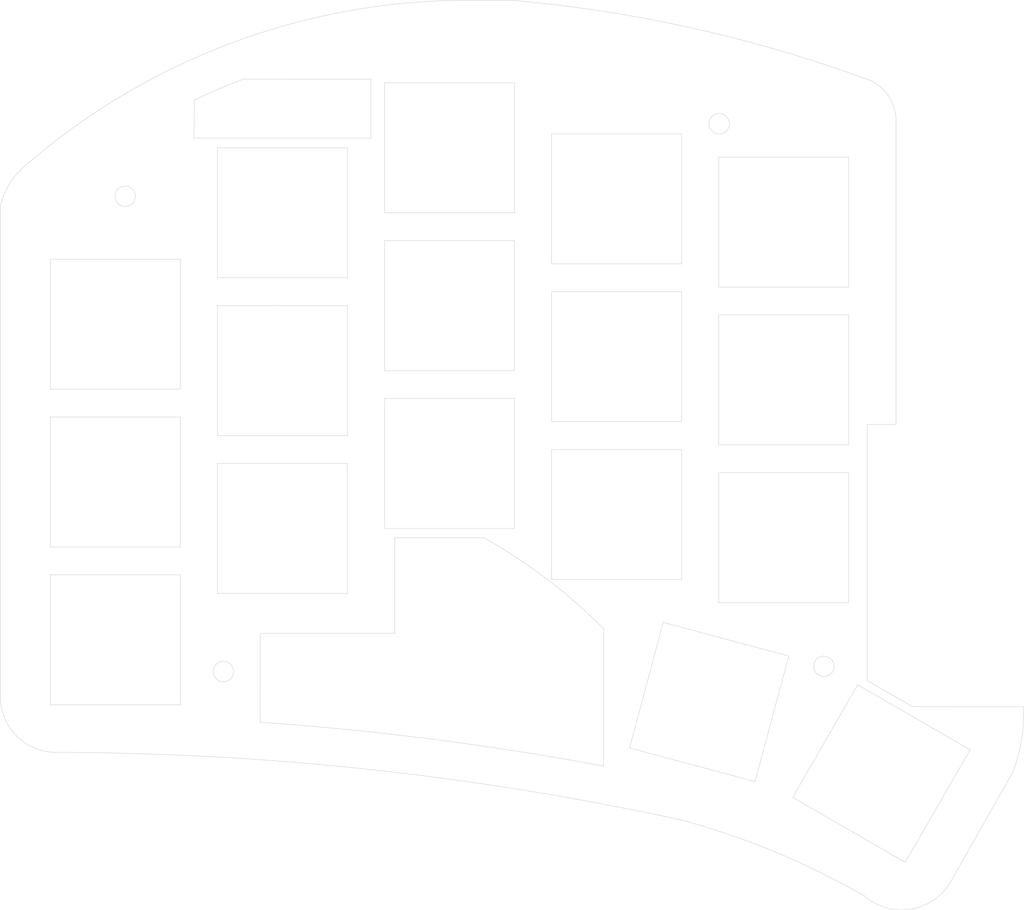
<source format=kicad_pcb>
(kicad_pcb (version 20171130) (host pcbnew 5.1.9)

  (general
    (thickness 1.6)
    (drawings 118)
    (tracks 0)
    (zones 0)
    (modules 0)
    (nets 1)
  )

  (page A4)
  (layers
    (0 F.Cu signal)
    (31 B.Cu signal)
    (32 B.Adhes user)
    (33 F.Adhes user)
    (34 B.Paste user)
    (35 F.Paste user)
    (36 B.SilkS user)
    (37 F.SilkS user)
    (38 B.Mask user)
    (39 F.Mask user)
    (40 Dwgs.User user)
    (41 Cmts.User user)
    (42 Eco1.User user)
    (43 Eco2.User user)
    (44 Edge.Cuts user)
    (45 Margin user)
    (46 B.CrtYd user)
    (47 F.CrtYd user)
    (48 B.Fab user)
    (49 F.Fab user)
  )

  (setup
    (last_trace_width 0.25)
    (trace_clearance 0.2)
    (zone_clearance 0.508)
    (zone_45_only no)
    (trace_min 0.2)
    (via_size 0.8)
    (via_drill 0.4)
    (via_min_size 0.4)
    (via_min_drill 0.3)
    (uvia_size 0.3)
    (uvia_drill 0.1)
    (uvias_allowed no)
    (uvia_min_size 0.2)
    (uvia_min_drill 0.1)
    (edge_width 0.05)
    (segment_width 0.2)
    (pcb_text_width 0.3)
    (pcb_text_size 1.5 1.5)
    (mod_edge_width 0.12)
    (mod_text_size 1 1)
    (mod_text_width 0.15)
    (pad_size 1.524 1.524)
    (pad_drill 0.762)
    (pad_to_mask_clearance 0.05)
    (aux_axis_origin 0 0)
    (visible_elements FFFDFF1F)
    (pcbplotparams
      (layerselection 0x01000_7ffffffe)
      (usegerberextensions false)
      (usegerberattributes true)
      (usegerberadvancedattributes true)
      (creategerberjobfile true)
      (excludeedgelayer true)
      (linewidth 0.100000)
      (plotframeref false)
      (viasonmask false)
      (mode 1)
      (useauxorigin false)
      (hpglpennumber 1)
      (hpglpenspeed 20)
      (hpglpendiameter 15.000000)
      (psnegative false)
      (psa4output false)
      (plotreference false)
      (plotvalue false)
      (plotinvisibletext false)
      (padsonsilk false)
      (subtractmaskfromsilk false)
      (outputformat 3)
      (mirror false)
      (drillshape 0)
      (scaleselection 1)
      (outputdirectory ""))
  )

  (net 0 "")

  (net_class Default "This is the default net class."
    (clearance 0.2)
    (trace_width 0.25)
    (via_dia 0.8)
    (via_drill 0.4)
    (uvia_dia 0.3)
    (uvia_drill 0.1)
  )

  (net_class Power ""
    (clearance 0.2)
    (trace_width 0.3)
    (via_dia 0.8)
    (via_drill 0.4)
    (uvia_dia 0.3)
    (uvia_drill 0.1)
  )

  (gr_line (start 69 68.5) (end 69 54.5) (layer Edge.Cuts) (width 0.05) (tstamp 6049EB3F))
  (gr_line (start 107.092178 98.972178) (end 94.967822 91.972178) (layer Edge.Cuts) (width 0.05) (tstamp 6049E028))
  (gr_line (start 114.092178 86.847822) (end 107.092178 98.972178) (layer Edge.Cuts) (width 0.05))
  (gr_line (start 101.967822 79.847822) (end 114.092178 86.847822) (layer Edge.Cuts) (width 0.05))
  (gr_line (start 94.967822 91.972178) (end 101.967822 79.847822) (layer Edge.Cuts) (width 0.05))
  (gr_line (start 90.919747 90.273214) (end 77.396786 86.649747) (layer Edge.Cuts) (width 0.05))
  (gr_line (start 94.543214 76.750253) (end 90.919747 90.273214) (layer Edge.Cuts) (width 0.05))
  (gr_line (start 81.020253 73.126786) (end 94.543214 76.750253) (layer Edge.Cuts) (width 0.05))
  (gr_line (start 77.396786 86.649747) (end 81.020253 73.126786) (layer Edge.Cuts) (width 0.05))
  (gr_line (start 87 71) (end 87 57) (layer Edge.Cuts) (width 0.05))
  (gr_line (start 101 71) (end 87 71) (layer Edge.Cuts) (width 0.05))
  (gr_line (start 101 57) (end 101 71) (layer Edge.Cuts) (width 0.05))
  (gr_line (start 87 57) (end 101 57) (layer Edge.Cuts) (width 0.05))
  (gr_line (start 69 51.5) (end 69 37.5) (layer Edge.Cuts) (width 0.05) (tstamp 6049DFF6))
  (gr_line (start 83 51.5) (end 69 51.5) (layer Edge.Cuts) (width 0.05))
  (gr_line (start 83 37.5) (end 83 51.5) (layer Edge.Cuts) (width 0.05))
  (gr_line (start 69 37.5) (end 83 37.5) (layer Edge.Cuts) (width 0.05))
  (gr_line (start 51 29) (end 51 15) (layer Edge.Cuts) (width 0.05))
  (gr_line (start 65 29) (end 51 29) (layer Edge.Cuts) (width 0.05))
  (gr_line (start 65 15) (end 65 29) (layer Edge.Cuts) (width 0.05))
  (gr_line (start 51 15) (end 65 15) (layer Edge.Cuts) (width 0.05))
  (gr_line (start 51 46) (end 51 32) (layer Edge.Cuts) (width 0.05))
  (gr_line (start 65 46) (end 51 46) (layer Edge.Cuts) (width 0.05))
  (gr_line (start 65 32) (end 65 46) (layer Edge.Cuts) (width 0.05))
  (gr_line (start 51 32) (end 65 32) (layer Edge.Cuts) (width 0.05))
  (gr_line (start 65 63) (end 51 63) (layer Edge.Cuts) (width 0.05))
  (gr_line (start 65 49) (end 65 63) (layer Edge.Cuts) (width 0.05))
  (gr_line (start 51 49) (end 65 49) (layer Edge.Cuts) (width 0.05))
  (gr_line (start 51 63) (end 51 49) (layer Edge.Cuts) (width 0.05))
  (gr_line (start 33 70) (end 33 56) (layer Edge.Cuts) (width 0.05))
  (gr_line (start 47 70) (end 33 70) (layer Edge.Cuts) (width 0.05))
  (gr_line (start 47 56) (end 47 70) (layer Edge.Cuts) (width 0.05))
  (gr_line (start 33 56) (end 47 56) (layer Edge.Cuts) (width 0.05))
  (gr_line (start 33 36) (end 33 22) (layer Edge.Cuts) (width 0.05) (tstamp 6049DF78))
  (gr_line (start 47 36) (end 33 36) (layer Edge.Cuts) (width 0.05))
  (gr_line (start 47 22) (end 47 36) (layer Edge.Cuts) (width 0.05))
  (gr_line (start 33 22) (end 47 22) (layer Edge.Cuts) (width 0.05))
  (gr_line (start 15 82) (end 15 68) (layer Edge.Cuts) (width 0.05) (tstamp 6049DF52))
  (gr_line (start 29 82) (end 15 82) (layer Edge.Cuts) (width 0.05))
  (gr_line (start 29 68) (end 29 82) (layer Edge.Cuts) (width 0.05))
  (gr_line (start 15 68) (end 29 68) (layer Edge.Cuts) (width 0.05))
  (gr_line (start 15 65) (end 15 51) (layer Edge.Cuts) (width 0.05))
  (gr_line (start 29 65) (end 15 65) (layer Edge.Cuts) (width 0.05))
  (gr_line (start 29 51) (end 29 65) (layer Edge.Cuts) (width 0.05))
  (gr_line (start 15 51) (end 29 51) (layer Edge.Cuts) (width 0.05))
  (gr_line (start 15 48) (end 15 34) (layer Edge.Cuts) (width 0.05))
  (gr_line (start 29 48) (end 15 48) (layer Edge.Cuts) (width 0.05))
  (gr_line (start 29 34) (end 29 48) (layer Edge.Cuts) (width 0.05))
  (gr_line (start 15 34) (end 29 34) (layer Edge.Cuts) (width 0.05))
  (gr_line (start 69 34.5) (end 69 20.5) (layer Edge.Cuts) (width 0.05) (tstamp 6048F9DB))
  (gr_line (start 83 34.5) (end 69 34.5) (layer Edge.Cuts) (width 0.05))
  (gr_line (start 83 20.5) (end 83 34.5) (layer Edge.Cuts) (width 0.05))
  (gr_line (start 69 20.5) (end 83 20.5) (layer Edge.Cuts) (width 0.05))
  (gr_line (start 87 23) (end 87 37) (layer Edge.Cuts) (width 0.05) (tstamp 6048F97D))
  (gr_line (start 101 23) (end 87 23) (layer Edge.Cuts) (width 0.05))
  (gr_line (start 101 37) (end 101 23) (layer Edge.Cuts) (width 0.05))
  (gr_line (start 87 37) (end 101 37) (layer Edge.Cuts) (width 0.05))
  (gr_line (start 101 40) (end 87 40) (layer Edge.Cuts) (width 0.05) (tstamp 6048F954))
  (gr_line (start 101 54) (end 101 40) (layer Edge.Cuts) (width 0.05))
  (gr_line (start 87 54) (end 101 54) (layer Edge.Cuts) (width 0.05))
  (gr_line (start 87 40) (end 87 54) (layer Edge.Cuts) (width 0.05))
  (gr_line (start 83 54.5) (end 69 54.5) (layer Edge.Cuts) (width 0.05))
  (gr_line (start 83 68.5) (end 83 54.5) (layer Edge.Cuts) (width 0.05))
  (gr_line (start 69 68.5) (end 83 68.5) (layer Edge.Cuts) (width 0.05))
  (gr_line (start 47 53) (end 47 38.995673) (layer Edge.Cuts) (width 0.05) (tstamp 6048F936))
  (gr_line (start 33 53) (end 47 53) (layer Edge.Cuts) (width 0.05))
  (gr_line (start 33 39) (end 33 53) (layer Edge.Cuts) (width 0.05))
  (gr_line (start 47 38.995673) (end 33 39) (layer Edge.Cuts) (width 0.05))
  (gr_circle (center 87.049819 19.4) (end 88.149819 19.42) (layer Edge.Cuts) (width 0.05) (tstamp 6048F55F))
  (gr_circle (center 98.329819 77.86) (end 99.429819 77.88) (layer Edge.Cuts) (width 0.05) (tstamp 6048F55F))
  (gr_circle (center 33.639819 78.42) (end 34.739819 78.44) (layer Edge.Cuts) (width 0.05) (tstamp 6048F55F))
  (gr_circle (center 23.059819 27.22) (end 24.159819 27.24) (layer Edge.Cuts) (width 0.05))
  (gr_arc (start 33.105131 115.090834) (end 74.6 73.8) (angle -15.90604465) (layer Edge.Cuts) (width 0.05))
  (gr_arc (start 60.008389 78.858139) (end 35.8 14.6) (angle -4.807870918) (layer Edge.Cuts) (width 0.05) (tstamp 6048EEE8))
  (gr_line (start 118.738448 89.155884) (end 111.890143 101.245816) (layer Edge.Cuts) (width 0.05) (tstamp 6048D7F3))
  (gr_arc (start 106.708 97.938735) (end 102.7 102.6) (angle -98.1305031) (layer Edge.Cuts) (width 0.05) (tstamp 6048D7AA))
  (gr_arc (start 61.59 173.76) (end 102.7 102.6) (angle -14.91754999) (layer Edge.Cuts) (width 0.05) (tstamp 6048D784))
  (gr_arc (start 15.650018 81.077212) (end 9.6 81.147211) (angle -91.0546288) (layer Edge.Cuts) (width 0.05) (tstamp 6048D73A))
  (gr_arc (start 101.35 19.059419) (end 106.1 19.059419) (angle -65.1) (layer Edge.Cuts) (width 0.05) (tstamp 6048D6DD))
  (gr_arc (start 15.089318 406.95507) (end 82.995848 94.415389) (angle -12.12538542) (layer Edge.Cuts) (width 0.05) (tstamp 6048D6BD))
  (gr_arc (start 17.48 30.13) (end 12.399191 23.838951) (angle -38.00054151) (layer Edge.Cuts) (width 0.05) (tstamp 6048D4DB))
  (gr_line (start 9.603094 28.300719) (end 9.6 81.147211) (layer Edge.Cuts) (width 0.05) (tstamp 6048D47B))
  (gr_arc (start 60.008389 78.858139) (end 60 6.1) (angle -40.86368173) (layer Edge.Cuts) (width 0.05) (tstamp 6048D445))
  (gr_line (start 64.699364 6.107346) (end 60 6.1) (layer Edge.Cuts) (width 0.05) (tstamp 6048D2B4))
  (gr_arc (start 100.5318 82.63446) (end 118.738448 89.155884) (angle -20.9939576) (layer Edge.Cuts) (width 0.05) (tstamp 6048C255))
  (gr_line (start 107.9 82.2) (end 119.866285 82.200094) (layer Edge.Cuts) (width 0.05))
  (gr_line (start 103 79.4) (end 107.9 82.2) (layer Edge.Cuts) (width 0.05))
  (gr_line (start 103 51.8) (end 103 79.4) (layer Edge.Cuts) (width 0.05))
  (gr_line (start 106.1 51.8) (end 103 51.8) (layer Edge.Cuts) (width 0.05))
  (gr_arc (start 51.873581 154.194988) (end 103.34992 14.75096) (angle -15.311832) (layer Edge.Cuts) (width 0.05) (tstamp 6048C0E6))
  (gr_line (start 106.1 51.8) (end 106.1 19.059419) (layer Edge.Cuts) (width 0.05))
  (gr_arc (start 15.142431 407.353485) (end 74.6 88.6) (angle -6.594680347) (layer Edge.Cuts) (width 0.05) (tstamp 6048BFAF))
  (gr_line (start 52.1 64) (end 61.695067 64.008815) (layer Edge.Cuts) (width 0.05))
  (gr_line (start 52.1 74.3) (end 52.1 64) (layer Edge.Cuts) (width 0.05))
  (gr_line (start 37.6 74.3) (end 52.1 74.3) (layer Edge.Cuts) (width 0.05))
  (gr_line (start 37.599377 83.880654) (end 37.6 74.3) (layer Edge.Cuts) (width 0.05))
  (gr_line (start 74.6 73.8) (end 74.6 88.6) (layer Edge.Cuts) (width 0.05))
  (gr_line (start 30.499402 16.855121) (end 30.48 20.955) (layer Edge.Cuts) (width 0.05) (tstamp 6048BFA7))
  (gr_line (start 49.53 14.605) (end 35.8 14.6) (layer Edge.Cuts) (width 0.05))
  (gr_line (start 49.53 20.955) (end 49.53 14.605) (layer Edge.Cuts) (width 0.05))
  (gr_line (start 30.48 20.955) (end 49.53 20.955) (layer Edge.Cuts) (width 0.05))
  (gr_arc (start 17.48 30.13) (end 15.035 26.885) (angle -35.4) (layer Cmts.User) (width 0.05) (tstamp 5F45BAB8))
  (gr_line (start 102.1 49.9) (end 102.1 19.059419) (layer Cmts.User) (width 0.05) (tstamp 5F45BAB7))
  (gr_arc (start 52.262442 153.652303) (end 101.665245 18.378889) (angle -15.3) (layer Cmts.User) (width 0.05) (tstamp 5F45BAB6))
  (gr_arc (start 101.35 19.059419) (end 102.1 19.059419) (angle -65.1) (layer Cmts.User) (width 0.05) (tstamp 5F45BAB5))
  (gr_line (start 64.208637 10.136374) (end 60.008389 10.128139) (layer Cmts.User) (width 0.05) (tstamp 5F45BAB3))
  (gr_arc (start 60.008389 78.858139) (end 60.008389 10.128139) (angle -40.9) (layer Cmts.User) (width 0.05) (tstamp 5F45BAB2))
  (gr_line (start 116.965001 52.600918) (end 116.960001 79.6) (layer Cmts.User) (width 0.05) (tstamp 5F359724))
  (gr_arc (start 15.157962 407.009453) (end 84.370665 90.557571) (angle -12.23959981) (layer Cmts.User) (width 0.05) (tstamp 5EDCBAB7))
  (gr_arc (start 100.191149 79.445969) (end 115.218305 86.900068) (angle -25.9) (layer Cmts.User) (width 0.05) (tstamp 5EDAA9C2))
  (gr_line (start 115.218305 86.900068) (end 108.37 98.99) (layer Cmts.User) (width 0.05) (tstamp 5EDAAAB5))
  (gr_arc (start 104.099999 49.830001) (end 102.1 49.9) (angle -89) (layer Cmts.User) (width 0.05) (tstamp 5EDAB87A))
  (gr_arc (start 61.59 173.76) (end 105.638 99.588735) (angle -15.4) (layer Cmts.User) (width 0.05) (tstamp 5EDABA84))
  (gr_arc (start 15.650018 81.077212) (end 13.650019 81.147211) (angle -89.7) (layer Cmts.User) (width 0.05) (tstamp 5EDAA8DE))
  (gr_arc (start 106.708 97.938735) (end 105.638 99.588735) (angle -90.6) (layer Cmts.User) (width 0.05) (tstamp 5EDAABA5))
  (gr_arc (start 116.215001 52.600918) (end 116.965001 52.600918) (angle -90) (layer Cmts.User) (width 0.05) (tstamp 5EDAB58F))
  (gr_line (start 104.135001 51.830918) (end 116.215001 51.850918) (layer Cmts.User) (width 0.05) (tstamp 5EDAB58C))
  (gr_line (start 13.608055 28.898702) (end 13.650019 81.147211) (layer Cmts.User) (width 0.05) (tstamp 5EDAB9D6))

)

</source>
